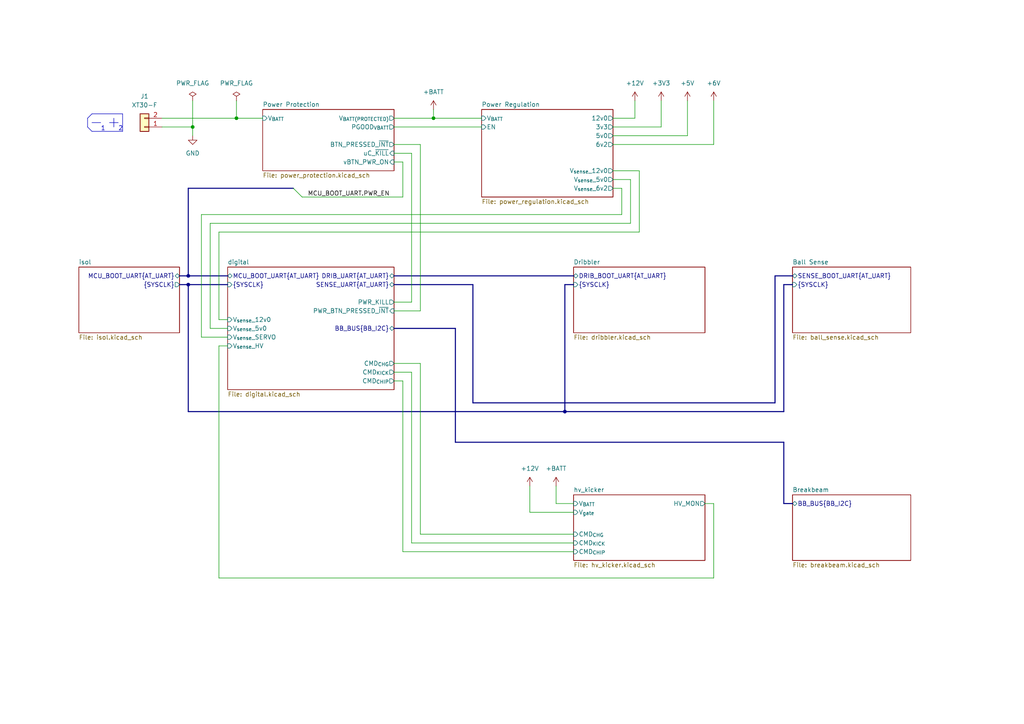
<source format=kicad_sch>
(kicad_sch (version 20230121) (generator eeschema)
  (paper "A4")
  (title_block (title "Kicker v3.0") (date "2023-11-07") (rev "0") (company "SSL A-Team") (comment 1 "Author: William Stuckey"))
  (lib_symbols
    (symbol "Connector_Generic:Conn_01x02" (pin_names (offset 1.016) hide)
      (property "Reference" "J" (at 0 2.54 0))
      (property "Value" "Conn_01x02" (at 0 -5.08 0))
      (symbol "Conn_01x02_1_1"
        (rectangle (start -1.27 -2.413) (end 0 -2.667) (stroke (width 0.1524)))
        (rectangle (start -1.27 0.127) (end 0 -0.127) (stroke (width 0.1524)))
        (rectangle (start -1.27 1.27) (end 1.27 -3.81) (stroke (width 0.254)) (fill (type background)))
        (pin passive line (at -5.08 0 0) (length 3.81) (name "Pin_1") (number "1"))
        (pin passive line (at -5.08 -2.54 0) (length 3.81) (name "Pin_2") (number "2"))
      )
    )
    (symbol "power:+12V" (power) (pin_names (offset 0))
      (property "Value" "+12V" (at 0 3.556 0))
      (symbol "+12V_0_1"
        (polyline (pts (xy -0.762 1.27) (xy 0 2.54)))
        (polyline (pts (xy 0 0) (xy 0 2.54)))
        (polyline (pts (xy 0 2.54) (xy 0.762 1.27)))
      )
      (symbol "+12V_1_1"
        (pin power_in line (at 0 0 90) (length 0) hide (name "+12V") (number "1"))
      )
    )
    (symbol "power:+3V3" (power) (pin_names (offset 0))
      (property "Value" "+3V3" (at 0 3.556 0))
      (symbol "+3V3_0_1"
        (polyline (pts (xy -0.762 1.27) (xy 0 2.54)))
        (polyline (pts (xy 0 0) (xy 0 2.54)))
        (polyline (pts (xy 0 2.54) (xy 0.762 1.27)))
      )
      (symbol "+3V3_1_1"
        (pin power_in line (at 0 0 90) (length 0) hide (name "+3V3") (number "1"))
      )
    )
    (symbol "power:+5V" (power) (pin_names (offset 0))
      (property "Value" "+5V" (at 0 3.556 0))
      (symbol "+5V_0_1"
        (polyline (pts (xy -0.762 1.27) (xy 0 2.54)))
        (polyline (pts (xy 0 0) (xy 0 2.54)))
        (polyline (pts (xy 0 2.54) (xy 0.762 1.27)))
      )
      (symbol "+5V_1_1"
        (pin power_in line (at 0 0 90) (length 0) hide (name "+5V") (number "1"))
      )
    )
    (symbol "power:+6V" (power) (pin_names (offset 0))
      (property "Value" "+6V" (at 0 3.556 0))
      (symbol "+6V_0_1"
        (polyline (pts (xy -0.762 1.27) (xy 0 2.54)))
        (polyline (pts (xy 0 0) (xy 0 2.54)))
        (polyline (pts (xy 0 2.54) (xy 0.762 1.27)))
      )
      (symbol "+6V_1_1"
        (pin power_in line (at 0 0 90) (length 0) hide (name "+6V") (number "1"))
      )
    )
    (symbol "power:+BATT" (power) (pin_names (offset 0))
      (property "Value" "+BATT" (at 0 3.556 0))
      (symbol "+BATT_0_1"
        (polyline (pts (xy -0.762 1.27) (xy 0 2.54)))
        (polyline (pts (xy 0 0) (xy 0 2.54)))
        (polyline (pts (xy 0 2.54) (xy 0.762 1.27)))
      )
      (symbol "+BATT_1_1"
        (pin power_in line (at 0 0 90) (length 0) hide (name "+BATT") (number "1"))
      )
    )
    (symbol "power:GND" (power) (pin_names (offset 0))
      (property "Value" "GND" (at 0 -3.81 0))
      (symbol "GND_0_1"
        (polyline (pts (xy 0 0) (xy 0 -1.27) (xy 1.27 -1.27) (xy 0 -2.54) (xy -1.27 -1.27) (xy 0 -1.27)))
      )
      (symbol "GND_1_1"
        (pin power_in line (at 0 0 270) (length 0) hide (name "GND") (number "1"))
      )
    )
    (symbol "power:PWR_FLAG" (power) (pin_numbers hide) (pin_names (offset 0) hide)
      (property "Value" "PWR_FLAG" (at 0 3.81 0))
      (symbol "PWR_FLAG_0_0"
        (pin power_out line (at 0 0 90) (length 0) (name "pwr") (number "1"))
      )
      (symbol "PWR_FLAG_0_1"
        (polyline (pts (xy 0 0) (xy 0 1.27) (xy -1.016 1.905) (xy 0 2.54) (xy 1.016 1.905) (xy 0 1.27)))
      )
    )
  )
  (bus_alias "AT_UART" (members "TX" "RX" "BOOT0" "~{RST}" "~{DET}" "PWR_EN"))
  (bus_alias "BB_I2C" (members "SDA" "SCL" "BB_{TX}" "BB_{RX}" "RST"))
  (bus_alias "SYSCLK" (members "8MHZ_CLK_REF" "32KHZ_CLK_REF"))
  (junction (at 55.88 36.83))
  (junction (at 54.61 82.55))
  (junction (at 163.83 119.38))
  (junction (at 68.58 34.29))
  (junction (at 54.61 80.01))
  (junction (at 125.73 34.29))
  (bus_entry (at 85.09 54.61) (size 2.54 2.54))
  (bus (pts (xy 54.61 82.55) (xy 54.61 119.38)))
  (polyline (pts (xy 29.21 35.56) (xy 26.67 35.56)) (stroke (width 0) (type solid)))
  (wire (pts (xy 63.5 92.71) (xy 66.04 92.71)))
  (wire (pts (xy 177.8 49.53) (xy 185.42 49.53)))
  (wire (pts (xy 161.29 140.97) (xy 161.29 146.05)))
  (bus (pts (xy 227.33 128.27) (xy 227.33 146.05)))
  (wire (pts (xy 68.58 34.29) (xy 76.2 34.29)))
  (wire (pts (xy 121.92 90.17) (xy 121.92 41.91)))
  (wire (pts (xy 63.5 100.33) (xy 66.04 100.33)))
  (wire (pts (xy 114.3 36.83) (xy 139.7 36.83)))
  (bus (pts (xy 52.07 80.01) (xy 54.61 80.01)))
  (polyline (pts (xy 25.4 34.29) (xy 25.4 36.83)) (stroke (width 0) (type solid)))
  (wire (pts (xy 114.3 46.99) (xy 116.84 46.99)))
  (wire (pts (xy 177.8 41.91) (xy 207.01 41.91)))
  (bus (pts (xy 163.83 119.38) (xy 227.33 119.38)))
  (bus (pts (xy 114.3 95.25) (xy 132.08 95.25)))
  (wire (pts (xy 119.38 44.45) (xy 119.38 87.63)))
  (polyline (pts (xy 35.56 33.02) (xy 26.67 33.02)) (stroke (width 0) (type solid)))
  (wire (pts (xy 199.39 39.37) (xy 199.39 29.21)))
  (wire (pts (xy 119.38 157.48) (xy 166.37 157.48)))
  (wire (pts (xy 184.15 34.29) (xy 184.15 29.21)))
  (polyline (pts (xy 25.4 36.83) (xy 26.67 38.1)) (stroke (width 0) (type solid)))
  (bus (pts (xy 224.79 80.01) (xy 229.87 80.01)))
  (wire (pts (xy 185.42 67.31) (xy 63.5 67.31)))
  (bus (pts (xy 227.33 146.05) (xy 229.87 146.05)))
  (polyline (pts (xy 35.56 33.02) (xy 35.56 38.1)) (stroke (width 0) (type solid)))
  (bus (pts (xy 54.61 80.01) (xy 66.04 80.01)))
  (wire (pts (xy 114.3 107.95) (xy 119.38 107.95)))
  (wire (pts (xy 180.34 54.61) (xy 180.34 62.23)))
  (wire (pts (xy 114.3 44.45) (xy 119.38 44.45)))
  (wire (pts (xy 55.88 36.83) (xy 55.88 39.37)))
  (wire (pts (xy 60.96 64.77) (xy 182.88 64.77)))
  (bus (pts (xy 54.61 119.38) (xy 163.83 119.38)))
  (wire (pts (xy 182.88 52.07) (xy 177.8 52.07)))
  (wire (pts (xy 177.8 36.83) (xy 191.77 36.83)))
  (bus (pts (xy 163.83 82.55) (xy 163.83 119.38)))
  (wire (pts (xy 55.88 29.21) (xy 55.88 36.83)))
  (wire (pts (xy 63.5 67.31) (xy 63.5 92.71)))
  (wire (pts (xy 46.99 36.83) (xy 55.88 36.83)))
  (wire (pts (xy 204.47 146.05) (xy 207.01 146.05)))
  (wire (pts (xy 125.73 34.29) (xy 139.7 34.29)))
  (bus (pts (xy 54.61 54.61) (xy 85.09 54.61)))
  (wire (pts (xy 68.58 29.21) (xy 68.58 34.29)))
  (bus (pts (xy 166.37 82.55) (xy 163.83 82.55)))
  (bus (pts (xy 137.16 82.55) (xy 137.16 116.84)))
  (wire (pts (xy 177.8 34.29) (xy 184.15 34.29)))
  (wire (pts (xy 177.8 39.37) (xy 199.39 39.37)))
  (bus (pts (xy 132.08 128.27) (xy 227.33 128.27)))
  (bus (pts (xy 227.33 119.38) (xy 227.33 82.55)))
  (wire (pts (xy 207.01 41.91) (xy 207.01 29.21)))
  (wire (pts (xy 87.63 57.15) (xy 116.84 57.15)))
  (wire (pts (xy 153.67 148.59) (xy 166.37 148.59)))
  (wire (pts (xy 58.42 62.23) (xy 58.42 97.79)))
  (polyline (pts (xy 33.02 34.29) (xy 33.02 36.83)) (stroke (width 0) (type solid)))
  (bus (pts (xy 54.61 80.01) (xy 54.61 54.61)))
  (wire (pts (xy 125.73 31.75) (xy 125.73 34.29)))
  (wire (pts (xy 121.92 154.94) (xy 166.37 154.94)))
  (wire (pts (xy 116.84 110.49) (xy 116.84 160.02)))
  (bus (pts (xy 52.07 82.55) (xy 54.61 82.55)))
  (bus (pts (xy 114.3 80.01) (xy 166.37 80.01)))
  (wire (pts (xy 119.38 87.63) (xy 114.3 87.63)))
  (wire (pts (xy 58.42 97.79) (xy 66.04 97.79)))
  (wire (pts (xy 119.38 107.95) (xy 119.38 157.48)))
  (bus (pts (xy 137.16 116.84) (xy 224.79 116.84)))
  (bus (pts (xy 227.33 82.55) (xy 229.87 82.55)))
  (wire (pts (xy 114.3 34.29) (xy 125.73 34.29)))
  (wire (pts (xy 191.77 36.83) (xy 191.77 29.21)))
  (wire (pts (xy 121.92 41.91) (xy 114.3 41.91)))
  (wire (pts (xy 60.96 95.25) (xy 66.04 95.25)))
  (bus (pts (xy 224.79 116.84) (xy 224.79 80.01)))
  (polyline (pts (xy 26.67 33.02) (xy 25.4 34.29)) (stroke (width 0) (type solid)))
  (wire (pts (xy 153.67 140.97) (xy 153.67 148.59)))
  (wire (pts (xy 177.8 54.61) (xy 180.34 54.61)))
  (wire (pts (xy 180.34 62.23) (xy 58.42 62.23)))
  (wire (pts (xy 114.3 105.41) (xy 121.92 105.41)))
  (wire (pts (xy 114.3 90.17) (xy 121.92 90.17)))
  (wire (pts (xy 121.92 105.41) (xy 121.92 154.94)))
  (wire (pts (xy 63.5 100.33) (xy 63.5 167.64)))
  (wire (pts (xy 63.5 167.64) (xy 207.01 167.64)))
  (polyline (pts (xy 34.29 35.56) (xy 31.75 35.56)) (stroke (width 0) (type solid)))
  (polyline (pts (xy 35.56 38.1) (xy 26.67 38.1)) (stroke (width 0) (type solid)))
  (bus (pts (xy 132.08 95.25) (xy 132.08 128.27)))
  (bus (pts (xy 114.3 82.55) (xy 137.16 82.55)))
  (wire (pts (xy 116.84 160.02) (xy 166.37 160.02)))
  (wire (pts (xy 185.42 49.53) (xy 185.42 67.31)))
  (wire (pts (xy 161.29 146.05) (xy 166.37 146.05)))
  (wire (pts (xy 116.84 46.99) (xy 116.84 57.15)))
  (wire (pts (xy 46.99 34.29) (xy 68.58 34.29)))
  (wire (pts (xy 60.96 95.25) (xy 60.96 64.77)))
  (wire (pts (xy 207.01 167.64) (xy 207.01 146.05)))
  (wire (pts (xy 114.3 110.49) (xy 116.84 110.49)))
  (wire (pts (xy 182.88 64.77) (xy 182.88 52.07)))
  (bus (pts (xy 54.61 82.55) (xy 66.04 82.55)))
  (text "2" (at 34.29 38.1 0) (effects (font (size 1.27 1.27)) (justify left bottom)))
  (text "1" (at 29.21 38.1 0) (effects (font (size 1.27 1.27)) (justify left bottom)))
  (label "MCU_BOOT_UART.PWR_EN" (at 113.03 57.15 180))
  (symbol (lib_id "power:+3V3") (at 191.77 29.21 0) (unit 1)
    (property "Reference" "#PWR06" (effects hide))
    (property "Value" "+3V3" (at 191.77 24.13 0))
  )
  (symbol (lib_id "Connector_Generic:Conn_01x02") (at 41.91 36.83 180) (unit 1) (in_bom no)
    (property "Reference" "J1" (at 41.91 27.94 0))
    (property "Value" "XT30-F" (at 41.91 30.48 0))
    (property "Footprint" "Connector_AMASS:AMASS_XT30PW-M_1x02_P2.50mm_Horizontal" (effects hide))
  )
  (symbol (lib_id "power:PWR_FLAG") (at 68.58 29.21 0) (unit 1)
    (property "Reference" "#FLG02" (effects hide))
    (property "Value" "PWR_FLAG" (at 68.58 24.13 0))
  )
  (symbol (lib_id "power:+12V") (at 153.67 140.97 0) (unit 1)
    (property "Reference" "#PWR03" (effects hide))
    (property "Value" "+12V" (at 153.67 135.89 0))
  )
  (symbol (lib_id "power:+6V") (at 207.01 29.21 0) (unit 1)
    (property "Reference" "#PWR08" (effects hide))
    (property "Value" "+6V" (at 207.01 24.13 0))
  )
  (symbol (lib_id "power:+5V") (at 199.39 29.21 0) (unit 1)
    (property "Reference" "#PWR07" (effects hide))
    (property "Value" "+5V" (at 199.39 24.13 0))
  )
  (symbol (lib_id "power:+BATT") (at 125.73 31.75 0) (mirror y) (unit 1)
    (property "Reference" "#PWR02" (effects hide))
    (property "Value" "+BATT" (at 125.73 26.67 0))
  )
  (symbol (lib_id "power:GND") (at 55.88 39.37 0) (mirror y) (unit 1)
    (property "Reference" "#PWR01" (effects hide))
    (property "Value" "GND" (at 55.88 44.45 0))
  )
  (symbol (lib_id "power:+BATT") (at 161.29 140.97 0) (unit 1)
    (property "Reference" "#PWR04" (effects hide))
    (property "Value" "+BATT" (at 161.29 135.89 0))
  )
  (symbol (lib_id "power:+12V") (at 184.15 29.21 0) (unit 1)
    (property "Reference" "#PWR05" (effects hide))
    (property "Value" "+12V" (at 184.15 24.13 0))
  )
  (symbol (lib_id "power:PWR_FLAG") (at 55.88 29.21 0) (unit 1)
    (property "Reference" "#FLG01" (effects hide))
    (property "Value" "PWR_FLAG" (at 55.88 24.13 0))
  )
  (sheet (at 166.37 77.47) (size 38.1 19.05) (stroke (width 0.1524))
    (property "Sheetname" "Dribbler" (at 166.37 76.7584 0) (effects (justify left bottom)))
    (property "Sheetfile" "dribbler.kicad_sch" (at 166.37 97.1046 0) (effects (justify left top)))
    (pin "DRIB_BOOT_UART{AT_UART}" bidirectional (at 166.37 80.01 180))
    (pin "{SYSCLK}" input (at 166.37 82.55 180))
  )
  (sheet (at 66.04 77.47) (size 48.26 35.56) (stroke (width 0.1524))
    (property "Sheetname" "digital" (at 66.04 76.7584 0) (effects (justify left bottom)))
    (property "Sheetfile" "digital.kicad_sch" (at 66.04 113.6146 0) (effects (justify left top)))
    (pin "MCU_BOOT_UART{AT_UART}" bidirectional (at 66.04 80.01 180))
    (pin "DRIB_UART{AT_UART}" bidirectional (at 114.3 80.01 0))
    (pin "SENSE_UART{AT_UART}" bidirectional (at 114.3 82.55 0))
    (pin "{SYSCLK}" input (at 66.04 82.55 180))
    (pin "CMD_{CHG}" output (at 114.3 105.41 0))
    (pin "CMD_{KICK}" output (at 114.3 107.95 0))
    (pin "CMD_{CHIP}" output (at 114.3 110.49 0))
    (pin "V_{sense}_12v0" input (at 66.04 92.71 180))
    (pin "V_{sense}_5v0" input (at 66.04 95.25 180))
    (pin "V_{sense}_HV" input (at 66.04 100.33 180))
    (pin "V_{sense}_SERVO" input (at 66.04 97.79 180))
    (pin "PWR_KILL" output (at 114.3 87.63 0))
    (pin "PWR_BTN_PRESSED_~{INT}" input (at 114.3 90.17 0))
    (pin "BB_BUS{BB_I2C}" bidirectional (at 114.3 95.25 0))
  )
  (sheet (at 139.7 31.75) (size 38.1 25.4) (stroke (width 0.1524))
    (property "Sheetname" "Power Regulation" (at 139.7 31.0384 0) (effects (justify left bottom)))
    (property "Sheetfile" "power_regulation.kicad_sch" (at 139.7 57.7346 0) (effects (justify left top)))
    (pin "EN" input (at 139.7 36.83 180))
    (pin "12v0" output (at 177.8 34.29 0))
    (pin "3v3" output (at 177.8 36.83 0))
    (pin "5v0" output (at 177.8 39.37 0))
    (pin "6v2" output (at 177.8 41.91 0))
    (pin "V_{BATT}" input (at 139.7 34.29 180))
    (pin "V_{sense}_5v0" output (at 177.8 52.07 0))
    (pin "V_{sense}_6v2" output (at 177.8 54.61 0))
    (pin "V_{sense}_12v0" output (at 177.8 49.53 0))
  )
  (sheet (at 229.87 143.51) (size 34.29 19.05) (stroke (width 0.1524))
    (property "Sheetname" "Breakbeam" (at 229.87 142.7984 0) (effects (justify left bottom)))
    (property "Sheetfile" "breakbeam.kicad_sch" (at 229.87 163.1446 0) (effects (justify left top)))
    (pin "BB_BUS{BB_I2C}" bidirectional (at 229.87 146.05 180))
  )
  (sheet (at 229.87 77.47) (size 34.29 19.05) (stroke (width 0.1524))
    (property "Sheetname" "Ball Sense" (at 229.87 76.7584 0) (effects (justify left bottom)))
    (property "Sheetfile" "ball_sense.kicad_sch" (at 229.87 97.1046 0) (effects (justify left top)))
    (pin "SENSE_BOOT_UART{AT_UART}" bidirectional (at 229.87 80.01 180))
    (pin "{SYSCLK}" input (at 229.87 82.55 180))
  )
  (sheet (at 166.37 143.51) (size 38.1 19.05) (stroke (width 0.1524))
    (property "Sheetname" "hv_kicker" (at 166.37 142.7984 0) (effects (justify left bottom)))
    (property "Sheetfile" "hv_kicker.kicad_sch" (at 166.37 163.1446 0) (effects (justify left top)))
    (pin "V_{gate}" input (at 166.37 148.59 180))
    (pin "CMD_{KICK}" input (at 166.37 157.48 180))
    (pin "CMD_{CHIP}" input (at 166.37 160.02 180))
    (pin "HV_MON" output (at 204.47 146.05 0))
    (pin "CMD_{CHG}" input (at 166.37 154.94 180))
    (pin "V_{BATT}" input (at 166.37 146.05 180))
  )
  (sheet (at 76.2 31.75) (size 38.1 17.78) (stroke (width 0.1524))
    (property "Sheetname" "Power Protection" (at 76.2 31.0384 0) (effects (justify left bottom)))
    (property "Sheetfile" "power_protection.kicad_sch" (at 76.2 50.1146 0) (effects (justify left top)))
    (pin "BTN_PRESSED_~{INT}" output (at 114.3 41.91 0))
    (pin "V_{BATT(PROTECTED)}" output (at 114.3 34.29 0))
    (pin "PGOOD_{VBATT}" output (at 114.3 36.83 0))
    (pin "vBTN_PWR_ON" input (at 114.3 46.99 0))
    (pin "V_{BATT}" input (at 76.2 34.29 180))
    (pin "uC_~{KILL}" input (at 114.3 44.45 0))
  )
  (sheet (at 22.86 77.47) (size 29.21 19.05) (stroke (width 0.1524))
    (property "Sheetname" "isol" (at 22.86 76.7584 0) (effects (justify left bottom)))
    (property "Sheetfile" "isol.kicad_sch" (at 22.86 97.1046 0) (effects (justify left top)))
    (pin "MCU_BOOT_UART{AT_UART}" bidirectional (at 52.07 80.01 0))
    (pin "{SYSCLK}" output (at 52.07 82.55 0))
  )
)
</source>
